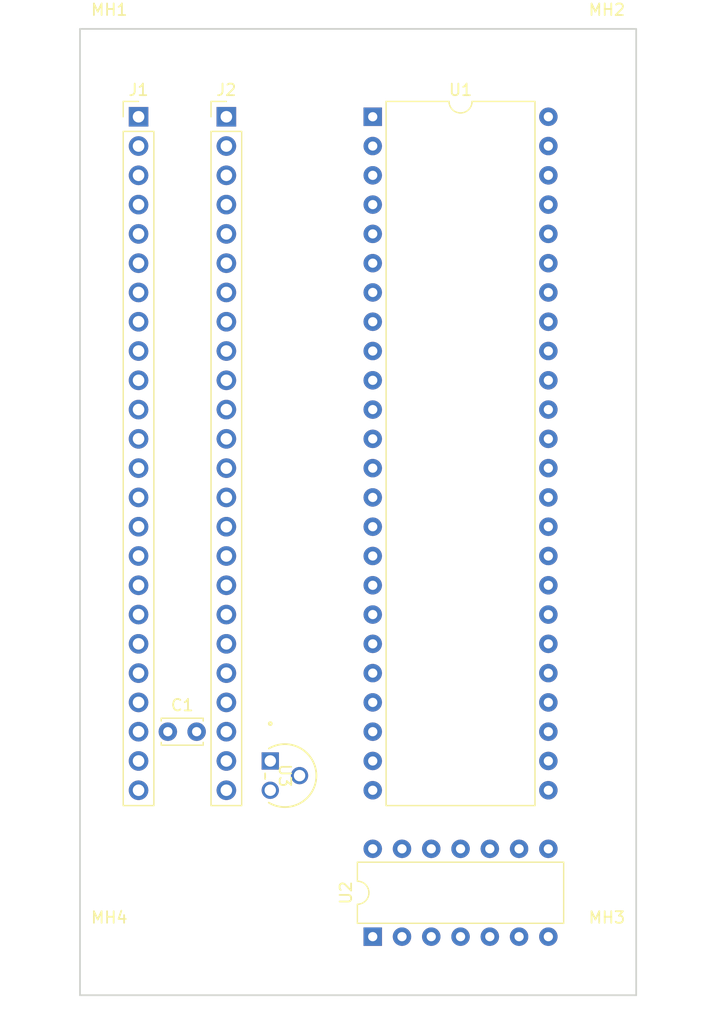
<source format=kicad_pcb>
(kicad_pcb (version 20221018) (generator pcbnew)
  (title_block (title "BionicZ8800") (company "Tadashi G. Takaoka"))
  (layers (0 "F.Cu" signal) (31 "B.Cu" signal) (34 "B.Paste" user) (35 "F.Paste" user) (36 "B.SilkS" user "B.Silkscreen") (37 "F.SilkS" user "F.Silkscreen") (38 "B.Mask" user) (39 "F.Mask" user) (44 "Edge.Cuts" user))
  (net 0 "")
  (net 1 "GND")
  (net 2 "VCC")
  (net 3 "/P53")
  (net 5 "/P52")
  (net 6 "/P47")
  (net 7 "/P55")
  (net 8 "/P46")
  (net 9 "/P20")
  (net 10 "/P21")
  (net 12 "/P22")
  (net 13 "/P23")
  (net 14 "/P24")
  (net 15 "/P25")
  (net 16 "/P26")
  (net 17 "/P17")
  (net 18 "/P27")
  (net 19 "/P16")
  (net 20 "/P15")
  (net 21 "/P40")
  (net 22 "/P14")
  (net 23 "/P41")
  (net 24 "/P13")
  (net 25 "/P42")
  (net 26 "/P12")
  (net 27 "/P43")
  (net 28 "/P11")
  (net 29 "/P44")
  (net 30 "/P10")
  (net 31 "/P45")
  (net 35 "Net-(U1-XTAL1)")
  (net 36 "/P30")
  (net 37 "/P31")
  (net 38 "/P32")
  (net 39 "/P33")
  (net 45 "Net-(U1-~{RESET})")
  (net 46 "/P34")
  (net 47 "/P35")
  (net 48 "/P36")
  (net 49 "/P37")
  (net 52 "/P50")
  (net 54 "Net-(J2-P57)")
  (footprint "MountingHole:MountingHole_3.2mm_M3" (layer "F.Cu") (at 101 70)
    (fp_text reference "MH1" (at 0 -4.2) (layer "F.SilkS"))
    (fp_text value "MountingHole_3.2mm_M3")
    (pad "" np_thru_hole circle (at 0 0) (size 3.2 3.2) (drill 3.2) (layers "*.Cu" "*.Mask"))
  )
  (footprint "MountingHole:MountingHole_3.2mm_M3" (layer "F.Cu") (at 144.18 70)
    (fp_text reference "MH2" (at 0 -4.2) (layer "F.SilkS"))
    (fp_text value "MountingHole_3.2mm_M3")
    (pad "" np_thru_hole circle (at 0 0) (size 3.2 3.2) (drill 3.2) (layers "*.Cu" "*.Mask"))
  )
  (footprint "MountingHole:MountingHole_3.2mm_M3" (layer "F.Cu") (at 144.18 148.74)
    (fp_text reference "MH3" (at 0 -4.2) (layer "F.SilkS"))
    (fp_text value "MountingHole_3.2mm_M3")
    (pad "" np_thru_hole circle (at 0 0) (size 3.2 3.2) (drill 3.2) (layers "*.Cu" "*.Mask"))
  )
  (footprint "MountingHole:MountingHole_3.2mm_M3" (layer "F.Cu") (at 101 148.74)
    (fp_text reference "MH4" (at 0 -4.2) (layer "F.SilkS"))
    (fp_text value "MountingHole_3.2mm_M3")
    (pad "" np_thru_hole circle (at 0 0) (size 3.2 3.2) (drill 3.2) (layers "*.Cu" "*.Mask"))
  )
  (footprint "Capacitor_THT:C_Disc_D3.4mm_W2.1mm_P2.50mm" (layer "F.Cu") (at 106.08 128.42)
    (fp_text reference "C1" (at 1.25 -2.3) (layer "F.SilkS"))
    (fp_text value "0.1u")
    (fp_line (start -0.57 -1.17) (end -0.57 -0.925) (stroke (width 0.12)) (layer "F.SilkS"))
    (fp_line (start -0.57 -1.17) (end 3.07 -1.17) (stroke (width 0.12)) (layer "F.SilkS"))
    (fp_line (start -0.57 0.925) (end -0.57 1.17) (stroke (width 0.12)) (layer "F.SilkS"))
    (fp_line (start -0.57 1.17) (end 3.07 1.17) (stroke (width 0.12)) (layer "F.SilkS"))
    (fp_line (start 3.07 -1.17) (end 3.07 -0.925) (stroke (width 0.12)) (layer "F.SilkS"))
    (fp_line (start 3.07 0.925) (end 3.07 1.17) (stroke (width 0.12)) (layer "F.SilkS"))
    (pad "1" thru_hole circle (at 0 0) (size 1.6 1.6) (drill 0.8) (layers "*.Cu" "*.Mask") (net 2 "VCC"))
    (pad "2" thru_hole circle (at 2.5 0) (size 1.6 1.6) (drill 0.8) (layers "*.Cu" "*.Mask") (net 1 "GND"))
  )
  (footprint "Package_DIP:DIP-48_W15.24mm" (layer "F.Cu") (at 123.86 75.08)
    (fp_text reference "U1" (at 7.62 -2.33) (layer "F.SilkS"))
    (fp_text value "Z88C00")
    (fp_line (start 1.16 -1.33) (end 1.16 59.75) (stroke (width 0.12)) (layer "F.SilkS"))
    (fp_line (start 1.16 59.75) (end 14.08 59.75) (stroke (width 0.12)) (layer "F.SilkS"))
    (fp_line (start 6.62 -1.33) (end 1.16 -1.33) (stroke (width 0.12)) (layer "F.SilkS"))
    (fp_line (start 14.08 -1.33) (end 8.62 -1.33) (stroke (width 0.12)) (layer "F.SilkS"))
    (fp_line (start 14.08 59.75) (end 14.08 -1.33) (stroke (width 0.12)) (layer "F.SilkS"))
    (fp_arc (start 8.62 -1.33) (mid 7.62 -0.33) (end 6.62 -1.33) (stroke (width 0.12)) (layer "F.SilkS"))
    (pad "1" thru_hole rect (at 0 0) (size 1.6 1.6) (drill 0.8) (layers "*.Cu" "*.Mask") (net 30 "/P10"))
    (pad "2" thru_hole oval (at 0 2.54) (size 1.6 1.6) (drill 0.8) (layers "*.Cu" "*.Mask") (net 28 "/P11"))
    (pad "3" thru_hole oval (at 0 5.08) (size 1.6 1.6) (drill 0.8) (layers "*.Cu" "*.Mask") (net 26 "/P12"))
    (pad "4" thru_hole oval (at 0 7.62) (size 1.6 1.6) (drill 0.8) (layers "*.Cu" "*.Mask") (net 24 "/P13"))
    (pad "5" thru_hole oval (at 0 10.16) (size 1.6 1.6) (drill 0.8) (layers "*.Cu" "*.Mask") (net 22 "/P14"))
    (pad "6" thru_hole oval (at 0 12.7) (size 1.6 1.6) (drill 0.8) (layers "*.Cu" "*.Mask") (net 20 "/P15"))
    (pad "7" thru_hole oval (at 0 15.24) (size 1.6 1.6) (drill 0.8) (layers "*.Cu" "*.Mask") (net 19 "/P16"))
    (pad "8" thru_hole oval (at 0 17.78) (size 1.6 1.6) (drill 0.8) (layers "*.Cu" "*.Mask") (net 17 "/P17"))
    (pad "9" thru_hole oval (at 0 20.32) (size 1.6 1.6) (drill 0.8) (layers "*.Cu" "*.Mask"))
    (pad "10" thru_hole oval (at 0 22.86) (size 1.6 1.6) (drill 0.8) (layers "*.Cu" "*.Mask"))
    (pad "11" thru_hole oval (at 0 25.4) (size 1.6 1.6) (drill 0.8) (layers "*.Cu" "*.Mask") (net 2 "VCC"))
    (pad "12" thru_hole oval (at 0 27.94) (size 1.6 1.6) (drill 0.8) (layers "*.Cu" "*.Mask"))
    (pad "13" thru_hole oval (at 0 30.48) (size 1.6 1.6) (drill 0.8) (layers "*.Cu" "*.Mask") (net 35 "Net-(U1-XTAL1)"))
    (pad "14" thru_hole oval (at 0 33.02) (size 1.6 1.6) (drill 0.8) (layers "*.Cu" "*.Mask") (net 46 "/P34"))
    (pad "15" thru_hole oval (at 0 35.56) (size 1.6 1.6) (drill 0.8) (layers "*.Cu" "*.Mask") (net 47 "/P35"))
    (pad "16" thru_hole oval (at 0 38.1) (size 1.6 1.6) (drill 0.8) (layers "*.Cu" "*.Mask") (net 48 "/P36"))
    (pad "17" thru_hole oval (at 0 40.64) (size 1.6 1.6) (drill 0.8) (layers "*.Cu" "*.Mask") (net 49 "/P37"))
    (pad "18" thru_hole oval (at 0 43.18) (size 1.6 1.6) (drill 0.8) (layers "*.Cu" "*.Mask"))
    (pad "19" thru_hole oval (at 0 45.72) (size 1.6 1.6) (drill 0.8) (layers "*.Cu" "*.Mask") (net 25 "/P42"))
    (pad "20" thru_hole oval (at 0 48.26) (size 1.6 1.6) (drill 0.8) (layers "*.Cu" "*.Mask") (net 27 "/P43"))
    (pad "21" thru_hole oval (at 0 50.8) (size 1.6 1.6) (drill 0.8) (layers "*.Cu" "*.Mask") (net 27 "/P43"))
    (pad "22" thru_hole oval (at 0 53.34) (size 1.6 1.6) (drill 0.8) (layers "*.Cu" "*.Mask"))
    (pad "23" thru_hole oval (at 0 55.88) (size 1.6 1.6) (drill 0.8) (layers "*.Cu" "*.Mask") (net 25 "/P42"))
    (pad "24" thru_hole oval (at 0 58.42) (size 1.6 1.6) (drill 0.8) (layers "*.Cu" "*.Mask") (net 29 "/P44"))
    (pad "25" thru_hole oval (at 15.24 58.42) (size 1.6 1.6) (drill 0.8) (layers "*.Cu" "*.Mask") (net 31 "/P45"))
    (pad "26" thru_hole oval (at 15.24 55.88) (size 1.6 1.6) (drill 0.8) (layers "*.Cu" "*.Mask") (net 52 "/P50"))
    (pad "27" thru_hole oval (at 15.24 53.34) (size 1.6 1.6) (drill 0.8) (layers "*.Cu" "*.Mask"))
    (pad "28" thru_hole oval (at 15.24 50.8) (size 1.6 1.6) (drill 0.8) (layers "*.Cu" "*.Mask"))
    (pad "29" thru_hole oval (at 15.24 48.26) (size 1.6 1.6) (drill 0.8) (layers "*.Cu" "*.Mask"))
    (pad "30" thru_hole oval (at 15.24 45.72) (size 1.6 1.6) (drill 0.8) (layers "*.Cu" "*.Mask") (net 45 "Net-(U1-~{RESET})"))
    (pad "31" thru_hole oval (at 15.24 43.18) (size 1.6 1.6) (drill 0.8) (layers "*.Cu" "*.Mask") (net 23 "/P41"))
    (pad "32" thru_hole oval (at 15.24 40.64) (size 1.6 1.6) (drill 0.8) (layers "*.Cu" "*.Mask") (net 39 "/P33"))
    (pad "33" thru_hole oval (at 15.24 38.1) (size 1.6 1.6) (drill 0.8) (layers "*.Cu" "*.Mask") (net 38 "/P32"))
    (pad "34" thru_hole oval (at 15.24 35.56) (size 1.6 1.6) (drill 0.8) (layers "*.Cu" "*.Mask") (net 1 "GND"))
    (pad "35" thru_hole oval (at 15.24 33.02) (size 1.6 1.6) (drill 0.8) (layers "*.Cu" "*.Mask") (net 37 "/P31"))
    (pad "36" thru_hole oval (at 15.24 30.48) (size 1.6 1.6) (drill 0.8) (layers "*.Cu" "*.Mask") (net 36 "/P30"))
    (pad "37" thru_hole oval (at 15.24 27.94) (size 1.6 1.6) (drill 0.8) (layers "*.Cu" "*.Mask") (net 6 "/P47"))
    (pad "38" thru_hole oval (at 15.24 25.4) (size 1.6 1.6) (drill 0.8) (layers "*.Cu" "*.Mask") (net 21 "/P40"))
    (pad "39" thru_hole oval (at 15.24 22.86) (size 1.6 1.6) (drill 0.8) (layers "*.Cu" "*.Mask") (net 7 "/P55"))
    (pad "40" thru_hole oval (at 15.24 20.32) (size 1.6 1.6) (drill 0.8) (layers "*.Cu" "*.Mask") (net 5 "/P52"))
    (pad "41" thru_hole oval (at 15.24 17.78) (size 1.6 1.6) (drill 0.8) (layers "*.Cu" "*.Mask") (net 18 "/P27"))
    (pad "42" thru_hole oval (at 15.24 15.24) (size 1.6 1.6) (drill 0.8) (layers "*.Cu" "*.Mask") (net 16 "/P26"))
    (pad "43" thru_hole oval (at 15.24 12.7) (size 1.6 1.6) (drill 0.8) (layers "*.Cu" "*.Mask") (net 15 "/P25"))
    (pad "44" thru_hole oval (at 15.24 10.16) (size 1.6 1.6) (drill 0.8) (layers "*.Cu" "*.Mask") (net 14 "/P24"))
    (pad "45" thru_hole oval (at 15.24 7.62) (size 1.6 1.6) (drill 0.8) (layers "*.Cu" "*.Mask") (net 13 "/P23"))
    (pad "46" thru_hole oval (at 15.24 5.08) (size 1.6 1.6) (drill 0.8) (layers "*.Cu" "*.Mask") (net 12 "/P22"))
    (pad "47" thru_hole oval (at 15.24 2.54) (size 1.6 1.6) (drill 0.8) (layers "*.Cu" "*.Mask") (net 10 "/P21"))
    (pad "48" thru_hole oval (at 15.24 0) (size 1.6 1.6) (drill 0.8) (layers "*.Cu" "*.Mask") (net 9 "/P20"))
  )
  (footprint "Package_DIP:DIP-14_W7.62mm" (layer "F.Cu") (at 123.86 146.2 90)
    (fp_text reference "U2" (at 3.81 -2.33 90) (layer "F.SilkS"))
    (fp_text value "74HCT126")
    (fp_line (start 1.16 -1.33) (end 1.16 16.57) (stroke (width 0.12)) (layer "F.SilkS"))
    (fp_line (start 1.16 16.57) (end 6.46 16.57) (stroke (width 0.12)) (layer "F.SilkS"))
    (fp_line (start 2.81 -1.33) (end 1.16 -1.33) (stroke (width 0.12)) (layer "F.SilkS"))
    (fp_line (start 6.46 -1.33) (end 4.81 -1.33) (stroke (width 0.12)) (layer "F.SilkS"))
    (fp_line (start 6.46 16.57) (end 6.46 -1.33) (stroke (width 0.12)) (layer "F.SilkS"))
    (fp_arc (start 4.81 -1.33) (mid 3.81 -0.33) (end 2.81 -1.33) (stroke (width 0.12)) (layer "F.SilkS"))
    (pad "1" thru_hole rect (at 0 0 90) (size 1.6 1.6) (drill 0.8) (layers "*.Cu" "*.Mask") (net 2 "VCC"))
    (pad "2" thru_hole oval (at 0 2.54 90) (size 1.6 1.6) (drill 0.8) (layers "*.Cu" "*.Mask") (net 8 "/P46"))
    (pad "3" thru_hole oval (at 0 5.08 90) (size 1.6 1.6) (drill 0.8) (layers "*.Cu" "*.Mask") (net 35 "Net-(U1-XTAL1)"))
    (pad "4" thru_hole oval (at 0 7.62 90) (size 1.6 1.6) (drill 0.8) (layers "*.Cu" "*.Mask") (net 2 "VCC"))
    (pad "5" thru_hole oval (at 0 10.16 90) (size 1.6 1.6) (drill 0.8) (layers "*.Cu" "*.Mask") (net 3 "/P53"))
    (pad "6" thru_hole oval (at 0 12.7 90) (size 1.6 1.6) (drill 0.8) (layers "*.Cu" "*.Mask") (net 45 "Net-(U1-~{RESET})"))
    (pad "7" thru_hole oval (at 0 15.24 90) (size 1.6 1.6) (drill 0.8) (layers "*.Cu" "*.Mask") (net 1 "GND"))
    (pad "8" thru_hole oval (at 7.62 15.24 90) (size 1.6 1.6) (drill 0.8) (layers "*.Cu" "*.Mask"))
    (pad "9" thru_hole oval (at 7.62 12.7 90) (size 1.6 1.6) (drill 0.8) (layers "*.Cu" "*.Mask") (net 1 "GND"))
    (pad "10" thru_hole oval (at 7.62 10.16 90) (size 1.6 1.6) (drill 0.8) (layers "*.Cu" "*.Mask") (net 1 "GND"))
    (pad "11" thru_hole oval (at 7.62 7.62 90) (size 1.6 1.6) (drill 0.8) (layers "*.Cu" "*.Mask"))
    (pad "12" thru_hole oval (at 7.62 5.08 90) (size 1.6 1.6) (drill 0.8) (layers "*.Cu" "*.Mask") (net 1 "GND"))
    (pad "13" thru_hole oval (at 7.62 2.54 90) (size 1.6 1.6) (drill 0.8) (layers "*.Cu" "*.Mask") (net 1 "GND"))
    (pad "14" thru_hole oval (at 7.62 0 90) (size 1.6 1.6) (drill 0.8) (layers "*.Cu" "*.Mask") (net 2 "VCC"))
  )
  (footprint "connector:Bionic-P135_Vertical" (layer "F.Cu") (at 103.54 75.08)
    (fp_text reference "J1" (at 0 -2.33) (layer "F.SilkS"))
    (fp_text value "Bionic-P135")
    (fp_line (start -1.33 -1.33) (end 0 -1.33) (stroke (width 0.12)) (layer "F.SilkS"))
    (fp_line (start -1.33 0) (end -1.33 -1.33) (stroke (width 0.12)) (layer "F.SilkS"))
    (fp_line (start -1.33 1.27) (end -1.33 59.75) (stroke (width 0.12)) (layer "F.SilkS"))
    (fp_line (start -1.33 1.27) (end 1.33 1.27) (stroke (width 0.12)) (layer "F.SilkS"))
    (fp_line (start -1.33 59.75) (end 1.33 59.75) (stroke (width 0.12)) (layer "F.SilkS"))
    (fp_line (start 1.33 1.27) (end 1.33 59.75) (stroke (width 0.12)) (layer "F.SilkS"))
    (pad "1" thru_hole rect (at 0 0) (size 1.7 1.7) (drill 1) (layers "*.Cu" "*.Mask") (net 1 "GND"))
    (pad "2" thru_hole oval (at 0 2.54) (size 1.7 1.7) (drill 1) (layers "*.Cu" "*.Mask") (net 30 "/P10"))
    (pad "3" thru_hole oval (at 0 5.08) (size 1.7 1.7) (drill 1) (layers "*.Cu" "*.Mask") (net 28 "/P11"))
    (pad "4" thru_hole oval (at 0 7.62) (size 1.7 1.7) (drill 1) (layers "*.Cu" "*.Mask") (net 26 "/P12"))
    (pad "5" thru_hole oval (at 0 10.16) (size 1.7 1.7) (drill 1) (layers "*.Cu" "*.Mask") (net 24 "/P13"))
    (pad "6" thru_hole oval (at 0 12.7) (size 1.7 1.7) (drill 1) (layers "*.Cu" "*.Mask") (net 22 "/P14"))
    (pad "7" thru_hole oval (at 0 15.24) (size 1.7 1.7) (drill 1) (layers "*.Cu" "*.Mask") (net 20 "/P15"))
    (pad "8" thru_hole oval (at 0 17.78) (size 1.7 1.7) (drill 1) (layers "*.Cu" "*.Mask") (net 19 "/P16"))
    (pad "9" thru_hole oval (at 0 20.32) (size 1.7 1.7) (drill 1) (layers "*.Cu" "*.Mask") (net 17 "/P17"))
    (pad "10" thru_hole oval (at 0 22.86) (size 1.7 1.7) (drill 1) (layers "*.Cu" "*.Mask"))
    (pad "11" thru_hole oval (at 0 25.4) (size 1.7 1.7) (drill 1) (layers "*.Cu" "*.Mask") (net 36 "/P30"))
    (pad "12" thru_hole oval (at 0 27.94) (size 1.7 1.7) (drill 1) (layers "*.Cu" "*.Mask") (net 37 "/P31"))
    (pad "13" thru_hole oval (at 0 30.48) (size 1.7 1.7) (drill 1) (layers "*.Cu" "*.Mask") (net 38 "/P32"))
    (pad "14" thru_hole oval (at 0 33.02) (size 1.7 1.7) (drill 1) (layers "*.Cu" "*.Mask") (net 39 "/P33"))
    (pad "15" thru_hole oval (at 0 35.56) (size 1.7 1.7) (drill 1) (layers "*.Cu" "*.Mask") (net 46 "/P34"))
    (pad "16" thru_hole oval (at 0 38.1) (size 1.7 1.7) (drill 1) (layers "*.Cu" "*.Mask") (net 47 "/P35"))
    (pad "17" thru_hole oval (at 0 40.64) (size 1.7 1.7) (drill 1) (layers "*.Cu" "*.Mask") (net 48 "/P36"))
    (pad "18" thru_hole oval (at 0 43.18) (size 1.7 1.7) (drill 1) (layers "*.Cu" "*.Mask") (net 49 "/P37"))
    (pad "19" thru_hole oval (at 0 45.72) (size 1.7 1.7) (drill 1) (layers "*.Cu" "*.Mask"))
    (pad "20" thru_hole oval (at 0 48.26) (size 1.7 1.7) (drill 1) (layers "*.Cu" "*.Mask") (net 52 "/P50"))
    (pad "21" thru_hole oval (at 0 50.8) (size 1.7 1.7) (drill 1) (layers "*.Cu" "*.Mask"))
    (pad "22" thru_hole oval (at 0 53.34) (size 1.7 1.7) (drill 1) (layers "*.Cu" "*.Mask") (net 5 "/P52"))
    (pad "23" thru_hole oval (at 0 55.88) (size 1.7 1.7) (drill 1) (layers "*.Cu" "*.Mask") (net 3 "/P53"))
    (pad "24" thru_hole oval (at 0 58.42) (size 1.7 1.7) (drill 1) (layers "*.Cu" "*.Mask") (net 2 "VCC"))
  )
  (footprint "connector:Bionic-P245_Vertical" (layer "F.Cu") (at 111.16 75.08)
    (fp_text reference "J2" (at 0 -2.33) (layer "F.SilkS"))
    (fp_text value "Bionic-P245")
    (fp_line (start -1.33 -1.33) (end 0 -1.33) (stroke (width 0.12)) (layer "F.SilkS"))
    (fp_line (start -1.33 0) (end -1.33 -1.33) (stroke (width 0.12)) (layer "F.SilkS"))
    (fp_line (start -1.33 1.27) (end -1.33 59.75) (stroke (width 0.12)) (layer "F.SilkS"))
    (fp_line (start -1.33 1.27) (end 1.33 1.27) (stroke (width 0.12)) (layer "F.SilkS"))
    (fp_line (start -1.33 59.75) (end 1.33 59.75) (stroke (width 0.12)) (layer "F.SilkS"))
    (fp_line (start 1.33 1.27) (end 1.33 59.75) (stroke (width 0.12)) (layer "F.SilkS"))
    (pad "25" thru_hole oval (at 0 58.42) (size 1.7 1.7) (drill 1) (layers "*.Cu" "*.Mask") (net 2 "VCC"))
    (pad "26" thru_hole oval (at 0 55.88) (size 1.7 1.7) (drill 1) (layers "*.Cu" "*.Mask") (net 54 "Net-(J2-P57)"))
    (pad "27" thru_hole oval (at 0 53.34) (size 1.7 1.7) (drill 1) (layers "*.Cu" "*.Mask"))
    (pad "28" thru_hole oval (at 0 50.8) (size 1.7 1.7) (drill 1) (layers "*.Cu" "*.Mask") (net 7 "/P55"))
    (pad "29" thru_hole oval (at 0 48.26) (size 1.7 1.7) (drill 1) (layers "*.Cu" "*.Mask"))
    (pad "30" thru_hole oval (at 0 45.72) (size 1.7 1.7) (drill 1) (layers "*.Cu" "*.Mask"))
    (pad "31" thru_hole oval (at 0 43.18) (size 1.7 1.7) (drill 1) (layers "*.Cu" "*.Mask") (net 6 "/P47"))
    (pad "32" thru_hole oval (at 0 40.64) (size 1.7 1.7) (drill 1) (layers "*.Cu" "*.Mask") (net 8 "/P46"))
    (pad "33" thru_hole oval (at 0 38.1) (size 1.7 1.7) (drill 1) (layers "*.Cu" "*.Mask") (net 31 "/P45"))
    (pad "34" thru_hole oval (at 0 35.56) (size 1.7 1.7) (drill 1) (layers "*.Cu" "*.Mask") (net 29 "/P44"))
    (pad "35" thru_hole oval (at 0 33.02) (size 1.7 1.7) (drill 1) (layers "*.Cu" "*.Mask") (net 27 "/P43"))
    (pad "36" thru_hole oval (at 0 30.48) (size 1.7 1.7) (drill 1) (layers "*.Cu" "*.Mask") (net 25 "/P42"))
    (pad "37" thru_hole oval (at 0 27.94) (size 1.7 1.7) (drill 1) (layers "*.Cu" "*.Mask") (net 23 "/P41"))
    (pad "38" thru_hole oval (at 0 25.4) (size 1.7 1.7) (drill 1) (layers "*.Cu" "*.Mask") (net 21 "/P40"))
    (pad "39" thru_hole oval (at 0 22.86) (size 1.7 1.7) (drill 1) (layers "*.Cu" "*.Mask"))
    (pad "40" thru_hole oval (at 0 20.32) (size 1.7 1.7) (drill 1) (layers "*.Cu" "*.Mask") (net 18 "/P27"))
    (pad "41" thru_hole oval (at 0 17.78) (size 1.7 1.7) (drill 1) (layers "*.Cu" "*.Mask") (net 16 "/P26"))
    (pad "42" thru_hole oval (at 0 15.24) (size 1.7 1.7) (drill 1) (layers "*.Cu" "*.Mask") (net 15 "/P25"))
    (pad "43" thru_hole oval (at 0 12.7) (size 1.7 1.7) (drill 1) (layers "*.Cu" "*.Mask") (net 14 "/P24"))
    (pad "44" thru_hole oval (at 0 10.16) (size 1.7 1.7) (drill 1) (layers "*.Cu" "*.Mask") (net 13 "/P23"))
    (pad "45" thru_hole oval (at 0 7.62) (size 1.7 1.7) (drill 1) (layers "*.Cu" "*.Mask") (net 12 "/P22"))
    (pad "46" thru_hole oval (at 0 5.08) (size 1.7 1.7) (drill 1) (layers "*.Cu" "*.Mask") (net 10 "/P21"))
    (pad "47" thru_hole oval (at 0 2.54) (size 1.7 1.7) (drill 1) (layers "*.Cu" "*.Mask") (net 9 "/P20"))
    (pad "48" thru_hole rect (at 0 0) (size 1.7 1.7) (drill 1) (layers "*.Cu" "*.Mask") (net 1 "GND"))
  )
  (footprint "microchip:TO-92_MC_MCH" (layer "F.Cu") (at 114.97 130.96 -90)
    (fp_text reference "U3" (at 1.27 -1.27 -90 unlocked) (layer "F.SilkS"))
    (fp_text value "11AA010-I/TO")
    (fp_line (start 1.08204 0.4445) (end 1.553476 0.4445) (stroke (width 0.1524)) (layer "F.SilkS"))
    (fp_arc (start -1.08204 0.116917) (mid 0.551186 -3.904186) (end 4.0005 -1.27) (stroke (width 0.1524)) (layer "F.SilkS"))
    (fp_arc (start 4.0005 -1.269999) (mid 3.90215 -0.543764) (end 3.614184 0.130155) (stroke (width 0.1524)) (layer "F.SilkS"))
    (fp_circle (center -3.2385 0) (end -3.1115 0) (stroke (width 0.1524)) (fill none) (layer "F.SilkS"))
    (pad "1" thru_hole rect (at 0 0 270) (size 1.4986 1.4986) (drill 0.9906) (layers "*.Cu" "*.Mask") (net 1 "GND"))
    (pad "2" thru_hole circle (at 1.27 -2.54 270) (size 1.4986 1.4986) (drill 0.9906) (layers "*.Cu" "*.Mask") (net 54 "Net-(J2-P57)"))
    (pad "3" thru_hole circle (at 2.54 0 270) (size 1.4986 1.4986) (drill 0.9906) (layers "*.Cu" "*.Mask") (net 2 "VCC"))
  )
  (gr_line (start 98.46 151.28) (end 98.46 67.46) (stroke (width 0.15)) (layer "Edge.Cuts"))
  (gr_line (start 146.72 151.28) (end 98.46 151.28) (stroke (width 0.15)) (layer "Edge.Cuts"))
  (gr_line (start 98.46 67.46) (end 146.72 67.46) (stroke (width 0.15)) (layer "Edge.Cuts"))
  (gr_line (start 146.72 67.46) (end 146.72 151.28) (stroke (width 0.15)) (layer "Edge.Cuts"))
)
</source>
